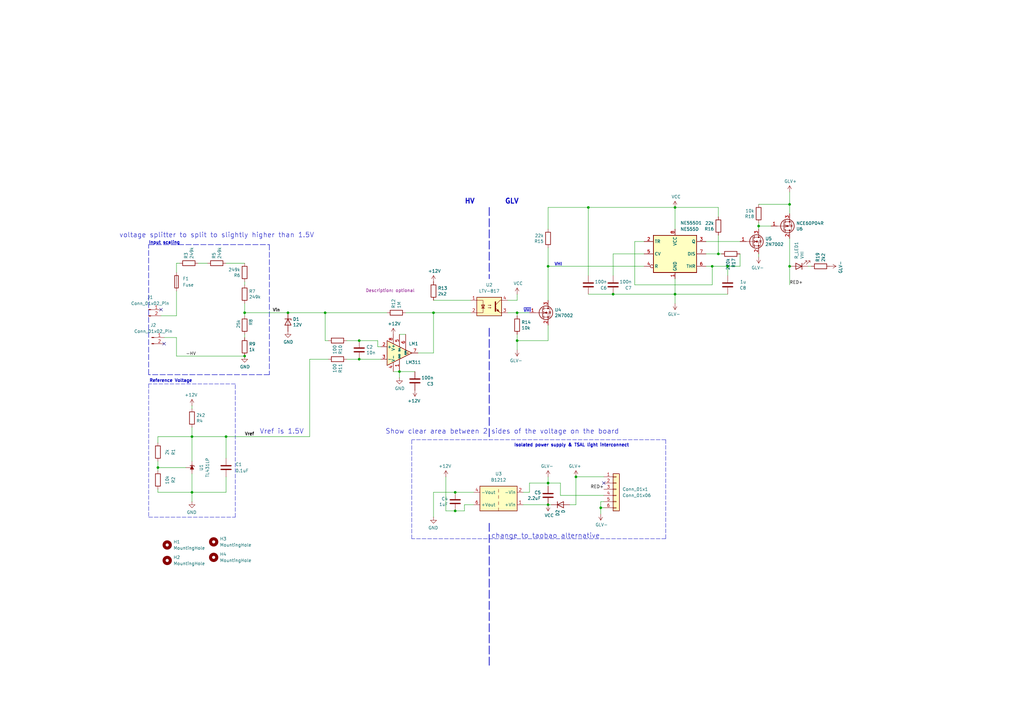
<source format=kicad_sch>
(kicad_sch (version 20231120) (generator "eeschema") (generator_version "8.0")
  (paper "A3")
  (title_block (title "TSAL") (date "2020-03-11") (rev "3.1") (company "NU Racing (UoN)") (comment 1 "Michael Ruppe") (comment 2 "github.com/michaelruppe/FSAE"))
  (lib_symbols
    (symbol "Comparator:LM311" (pin_names (offset 0.127))
      (property "Reference" "U" (at 3.81 6.35 0))
      (property "Value" "LM311" (at 3.81 3.81 0))
      (symbol "LM311_0_1"
        (polyline (pts (xy 5.08 0) (xy -5.08 5.08) (xy -5.08 -5.08) (xy 5.08 0)) (stroke (width 0.254)) (fill (type background)))
        (polyline (pts (xy 3.683 -0.381) (xy 3.302 -0.381) (xy 3.683 0) (xy 3.302 0.381) (xy 2.921 0) (xy 3.302 -0.381) (xy 2.921 -0.381)) (stroke (width 0.127)))
      )
      (symbol "LM311_1_1"
        (pin passive line (at 0 -7.62 90) (length 5.08) (name "GND") (number "1"))
        (pin input line (at -7.62 2.54 0) (length 2.54) (name "+") (number "2"))
        (pin input line (at -7.62 -2.54 0) (length 2.54) (name "-") (number "3"))
        (pin power_in line (at -2.54 -7.62 90) (length 3.81) (name "V-") (number "4"))
        (pin input line (at 0 7.62 270) (length 5.08) (name "BAL") (number "5"))
        (pin input line (at 2.54 7.62 270) (length 6.35) (name "STRB") (number "6"))
        (pin open_collector line (at 7.62 0 180) (length 2.54) (name "~") (number "7"))
        (pin power_in line (at -2.54 7.62 270) (length 3.81) (name "V+") (number "8"))
      )
    )
    (symbol "Connector:Conn_01x02_Pin" (pin_names (offset 1.016) hide)
      (property "Reference" "J" (at 0 2.54 0))
      (property "Value" "Conn_01x02_Pin" (at 0 -5.08 0))
      (symbol "Conn_01x02_Pin_1_1"
        (polyline (pts (xy 1.27 -2.54) (xy 0.8636 -2.54)) (stroke (width 0.1524)))
        (polyline (pts (xy 1.27 0) (xy 0.8636 0)) (stroke (width 0.1524)))
        (rectangle (start 0.8636 -2.413) (end 0 -2.667) (stroke (width 0.1524)) (fill (type outline)))
        (rectangle (start 0.8636 0.127) (end 0 -0.127) (stroke (width 0.1524)) (fill (type outline)))
        (pin passive line (at 5.08 0 180) (length 3.81) (name "Pin_1") (number "1"))
        (pin passive line (at 5.08 -2.54 180) (length 3.81) (name "Pin_2") (number "2"))
      )
    )
    (symbol "Connector_Generic:Conn_01x06" (pin_names (offset 1.016) hide)
      (property "Reference" "J" (at 0 7.62 0))
      (property "Value" "Conn_01x06" (at 0 -10.16 0))
      (symbol "Conn_01x06_1_1"
        (rectangle (start -1.27 -7.493) (end 0 -7.747) (stroke (width 0.1524)))
        (rectangle (start -1.27 -4.953) (end 0 -5.207) (stroke (width 0.1524)))
        (rectangle (start -1.27 -2.413) (end 0 -2.667) (stroke (width 0.1524)))
        (rectangle (start -1.27 0.127) (end 0 -0.127) (stroke (width 0.1524)))
        (rectangle (start -1.27 2.667) (end 0 2.413) (stroke (width 0.1524)))
        (rectangle (start -1.27 5.207) (end 0 4.953) (stroke (width 0.1524)))
        (rectangle (start -1.27 6.35) (end 1.27 -8.89) (stroke (width 0.254)) (fill (type background)))
        (pin passive line (at -5.08 5.08 0) (length 3.81) (name "Pin_1") (number "1"))
        (pin passive line (at -5.08 2.54 0) (length 3.81) (name "Pin_2") (number "2"))
        (pin passive line (at -5.08 0 0) (length 3.81) (name "Pin_3") (number "3"))
        (pin passive line (at -5.08 -2.54 0) (length 3.81) (name "Pin_4") (number "4"))
        (pin passive line (at -5.08 -5.08 0) (length 3.81) (name "Pin_5") (number "5"))
        (pin passive line (at -5.08 -7.62 0) (length 3.81) (name "Pin_6") (number "6"))
      )
    )
    (symbol "Converter_DCDC:TBA2-1212"
      (property "Reference" "U" (at -6.35 6.35 0))
      (property "Value" "TBA2-1212" (at 2.54 6.35 0))
      (symbol "TBA2-1212_0_1"
        (rectangle (start -7.62 5.08) (end 7.62 -5.08) (stroke (width 0.254)) (fill (type background)))
        (polyline (pts (xy 0 -2.54) (xy 0 -3.81)))
        (polyline (pts (xy 0 0) (xy 0 -1.27)))
        (polyline (pts (xy 0 2.54) (xy 0 1.27)))
        (polyline (pts (xy 0 5.08) (xy 0 3.81)))
      )
      (symbol "TBA2-1212_1_1"
        (pin power_in line (at -10.16 2.54 0) (length 2.54) (name "+Vin") (number "1"))
        (pin power_in line (at -10.16 -2.54 0) (length 2.54) (name "-Vin") (number "2"))
        (pin power_out line (at 10.16 -2.54 180) (length 2.54) (name "-Vout") (number "4"))
        (pin power_out line (at 10.16 2.54 180) (length 2.54) (name "+Vout") (number "6"))
      )
    )
    (symbol "Device:C" (pin_numbers hide) (pin_names (offset 0.254))
      (property "Reference" "C" (at 0.635 2.54 0))
      (property "Value" "C" (at 0.635 -2.54 0))
      (symbol "C_0_1"
        (polyline (pts (xy -2.032 -0.762) (xy 2.032 -0.762)) (stroke (width 0.508)))
        (polyline (pts (xy -2.032 0.762) (xy 2.032 0.762)) (stroke (width 0.508)))
      )
      (symbol "C_1_1"
        (pin passive line (at 0 3.81 270) (length 2.794) (name "~") (number "1"))
        (pin passive line (at 0 -3.81 90) (length 2.794) (name "~") (number "2"))
      )
    )
    (symbol "Device:D" (pin_numbers hide) (pin_names (offset 1.016) hide)
      (property "Reference" "D" (at 0 2.54 0))
      (property "Value" "D" (at 0 -2.54 0))
      (symbol "D_0_1"
        (polyline (pts (xy -1.27 1.27) (xy -1.27 -1.27)) (stroke (width 0.254)))
        (polyline (pts (xy 1.27 0) (xy -1.27 0)))
        (polyline (pts (xy 1.27 1.27) (xy 1.27 -1.27) (xy -1.27 0) (xy 1.27 1.27)) (stroke (width 0.254)))
      )
      (symbol "D_1_1"
        (pin passive line (at -3.81 0 0) (length 2.54) (name "K") (number "1"))
        (pin passive line (at 3.81 0 180) (length 2.54) (name "A") (number "2"))
      )
    )
    (symbol "Device:D_Zener" (pin_numbers hide) (pin_names (offset 1.016) hide)
      (property "Reference" "D" (at 0 2.54 0))
      (property "Value" "D_Zener" (at 0 -2.54 0))
      (symbol "D_Zener_0_1"
        (polyline (pts (xy 1.27 0) (xy -1.27 0)))
        (polyline (pts (xy -1.27 -1.27) (xy -1.27 1.27) (xy -0.762 1.27)) (stroke (width 0.254)))
        (polyline (pts (xy 1.27 -1.27) (xy 1.27 1.27) (xy -1.27 0) (xy 1.27 -1.27)) (stroke (width 0.254)))
      )
      (symbol "D_Zener_1_1"
        (pin passive line (at -3.81 0 0) (length 2.54) (name "K") (number "1"))
        (pin passive line (at 3.81 0 180) (length 2.54) (name "A") (number "2"))
      )
    )
    (symbol "Device:Fuse" (pin_numbers hide) (pin_names (offset 0))
      (property "Reference" "F" (at 2.032 0 90))
      (property "Value" "Fuse" (at -1.905 0 90))
      (symbol "Fuse_0_1"
        (rectangle (start -0.762 -2.54) (end 0.762 2.54) (stroke (width 0.254)))
        (polyline (pts (xy 0 2.54) (xy 0 -2.54)))
      )
      (symbol "Fuse_1_1"
        (pin passive line (at 0 3.81 270) (length 1.27) (name "~") (number "1"))
        (pin passive line (at 0 -3.81 90) (length 1.27) (name "~") (number "2"))
      )
    )
    (symbol "Device:LED" (pin_numbers hide) (pin_names (offset 1.016) hide)
      (property "Reference" "D" (at 0 2.54 0))
      (property "Value" "LED" (at 0 -2.54 0))
      (symbol "LED_0_1"
        (polyline (pts (xy -1.27 -1.27) (xy -1.27 1.27)) (stroke (width 0.254)))
        (polyline (pts (xy -1.27 0) (xy 1.27 0)))
        (polyline (pts (xy 1.27 -1.27) (xy 1.27 1.27) (xy -1.27 0) (xy 1.27 -1.27)) (stroke (width 0.254)))
        (polyline (pts (xy -3.048 -0.762) (xy -4.572 -2.286) (xy -3.81 -2.286) (xy -4.572 -2.286) (xy -4.572 -1.524)))
        (polyline (pts (xy -1.778 -0.762) (xy -3.302 -2.286) (xy -2.54 -2.286) (xy -3.302 -2.286) (xy -3.302 -1.524)))
      )
      (symbol "LED_1_1"
        (pin passive line (at -3.81 0 0) (length 2.54) (name "K") (number "1"))
        (pin passive line (at 3.81 0 180) (length 2.54) (name "A") (number "2"))
      )
    )
    (symbol "Device:Q_PMOS_GDS" (pin_names (offset 0) hide)
      (property "Reference" "Q" (at 5.08 1.27 0))
      (property "Value" "Q_PMOS_GDS" (at 5.08 -1.27 0))
      (symbol "Q_PMOS_GDS_0_1"
        (polyline (pts (xy 0.254 0) (xy -2.54 0)))
        (polyline (pts (xy 0.254 1.905) (xy 0.254 -1.905)) (stroke (width 0.254)))
        (polyline (pts (xy 0.762 -1.27) (xy 0.762 -2.286)) (stroke (width 0.254)))
        (polyline (pts (xy 0.762 0.508) (xy 0.762 -0.508)) (stroke (width 0.254)))
        (polyline (pts (xy 0.762 2.286) (xy 0.762 1.27)) (stroke (width 0.254)))
        (polyline (pts (xy 2.54 2.54) (xy 2.54 1.778)))
        (polyline (pts (xy 2.54 -2.54) (xy 2.54 0) (xy 0.762 0)))
        (polyline (pts (xy 0.762 1.778) (xy 3.302 1.778) (xy 3.302 -1.778) (xy 0.762 -1.778)))
        (polyline (pts (xy 2.286 0) (xy 1.27 0.381) (xy 1.27 -0.381) (xy 2.286 0)) (fill (type outline)))
        (polyline (pts (xy 2.794 -0.508) (xy 2.921 -0.381) (xy 3.683 -0.381) (xy 3.81 -0.254)))
        (polyline (pts (xy 3.302 -0.381) (xy 2.921 0.254) (xy 3.683 0.254) (xy 3.302 -0.381)))
        (circle (center 1.651 0) (radius 2.794) (stroke (width 0.254)))
        (circle (center 2.54 -1.778) (radius 0.254) (fill (type outline)))
        (circle (center 2.54 1.778) (radius 0.254) (fill (type outline)))
      )
      (symbol "Q_PMOS_GDS_1_1"
        (pin input line (at -5.08 0 0) (length 2.54) (name "G") (number "1"))
        (pin passive line (at 2.54 5.08 270) (length 2.54) (name "D") (number "2"))
        (pin passive line (at 2.54 -5.08 90) (length 2.54) (name "S") (number "3"))
      )
    )
    (symbol "Device:R" (pin_numbers hide) (pin_names (offset 0))
      (property "Reference" "R" (at 2.032 0 90))
      (property "Value" "R" (at 0 0 90))
      (symbol "R_0_1"
        (rectangle (start -1.016 -2.54) (end 1.016 2.54) (stroke (width 0.254)))
      )
      (symbol "R_1_1"
        (pin passive line (at 0 3.81 270) (length 1.27) (name "~") (number "1"))
        (pin passive line (at 0 -3.81 90) (length 1.27) (name "~") (number "2"))
      )
    )
    (symbol "Isolator:LTV-817" (pin_names (offset 1.016))
      (property "Reference" "U" (at -5.08 5.08 0))
      (property "Value" "LTV-817" (at 0 5.08 0))
      (symbol "LTV-817_0_1"
        (rectangle (start -5.08 3.81) (end 5.08 -3.81) (stroke (width 0.254)) (fill (type background)))
        (polyline (pts (xy -3.175 -0.635) (xy -1.905 -0.635)) (stroke (width 0.254)))
        (polyline (pts (xy 2.54 0.635) (xy 4.445 2.54)))
        (polyline (pts (xy 4.445 -2.54) (xy 2.54 -0.635)) (fill (type outline)))
        (polyline (pts (xy 4.445 -2.54) (xy 5.08 -2.54)))
        (polyline (pts (xy 4.445 2.54) (xy 5.08 2.54)))
        (polyline (pts (xy -5.08 2.54) (xy -2.54 2.54) (xy -2.54 -0.762)))
        (polyline (pts (xy -2.54 -0.635) (xy -2.54 -2.54) (xy -5.08 -2.54)))
        (polyline (pts (xy 2.54 1.905) (xy 2.54 -1.905) (xy 2.54 -1.905)) (stroke (width 0.508)))
        (polyline (pts (xy -2.54 -0.635) (xy -3.175 0.635) (xy -1.905 0.635) (xy -2.54 -0.635)) (stroke (width 0.254)))
        (polyline (pts (xy -0.508 -0.508) (xy 0.762 -0.508) (xy 0.381 -0.635) (xy 0.381 -0.381) (xy 0.762 -0.508)))
        (polyline (pts (xy -0.508 0.508) (xy 0.762 0.508) (xy 0.381 0.381) (xy 0.381 0.635) (xy 0.762 0.508)))
        (polyline (pts (xy 3.048 -1.651) (xy 3.556 -1.143) (xy 4.064 -2.159) (xy 3.048 -1.651) (xy 3.048 -1.651)) (fill (type outline)))
      )
      (symbol "LTV-817_1_1"
        (pin passive line (at -7.62 2.54 0) (length 2.54) (name "~") (number "1"))
        (pin passive line (at -7.62 -2.54 0) (length 2.54) (name "~") (number "2"))
        (pin passive line (at 7.62 -2.54 180) (length 2.54) (name "~") (number "3"))
        (pin passive line (at 7.62 2.54 180) (length 2.54) (name "~") (number "4"))
      )
    )
    (symbol "Mechanical:MountingHole" (pin_names (offset 1.016)) (exclude_from_sim yes) (in_bom no)
      (property "Reference" "H" (at 0 5.08 0))
      (property "Value" "MountingHole" (at 0 3.175 0))
      (symbol "MountingHole_0_1"
        (circle (center 0 0) (radius 1.27) (stroke (width 1.27)))
      )
    )
    (symbol "Reference_Voltage:TL431LP" (pin_numbers hide) (pin_names hide)
      (property "Reference" "U" (at -2.54 2.54 0))
      (property "Value" "TL431LP" (at 0 -2.54 0))
      (symbol "TL431LP_0_1"
        (polyline (pts (xy -1.27 0) (xy 0 0) (xy 1.27 0)))
        (polyline (pts (xy -0.762 0.762) (xy 0.762 0) (xy -0.762 -0.762)) (fill (type outline)))
        (polyline (pts (xy 0.508 -1.016) (xy 0.762 -0.762) (xy 0.762 0.762) (xy 0.762 0.762)) (stroke (width 0.254)))
      )
      (symbol "TL431LP_1_1"
        (pin passive line (at 0 2.54 270) (length 2.54) (name "REF") (number "1"))
        (pin passive line (at -2.54 0 0) (length 2.54) (name "A") (number "2"))
        (pin passive line (at 2.54 0 180) (length 2.54) (name "K") (number "3"))
      )
    )
    (symbol "Timer:NE555D"
      (property "Reference" "U" (at -10.16 8.89 0))
      (property "Value" "NE555D" (at 2.54 8.89 0))
      (symbol "NE555D_0_0"
        (pin power_in line (at 0 -10.16 90) (length 2.54) (name "GND") (number "1"))
        (pin power_in line (at 0 10.16 270) (length 2.54) (name "VCC") (number "8"))
      )
      (symbol "NE555D_0_1"
        (rectangle (start -8.89 -7.62) (end 8.89 7.62) (stroke (width 0.254)) (fill (type background)))
        (rectangle (start -8.89 -7.62) (end 8.89 7.62) (stroke (width 0.254)) (fill (type background)))
      )
      (symbol "NE555D_1_1"
        (pin input line (at -12.7 5.08 0) (length 3.81) (name "TR") (number "2"))
        (pin output line (at 12.7 5.08 180) (length 3.81) (name "Q") (number "3"))
        (pin input inverted (at -12.7 -5.08 0) (length 3.81) (name "R") (number "4"))
        (pin input line (at -12.7 0 0) (length 3.81) (name "CV") (number "5"))
        (pin input line (at 12.7 -5.08 180) (length 3.81) (name "THR") (number "6"))
        (pin input line (at 12.7 0 180) (length 3.81) (name "DIS") (number "7"))
      )
    )
    (symbol "Transistor_FET:2N7002" (pin_names hide)
      (property "Reference" "Q" (at 5.08 1.905 0))
      (property "Value" "2N7002" (at 5.08 0 0))
      (symbol "2N7002_0_1"
        (polyline (pts (xy 0.254 0) (xy -2.54 0)))
        (polyline (pts (xy 0.254 1.905) (xy 0.254 -1.905)) (stroke (width 0.254)))
        (polyline (pts (xy 0.762 -1.27) (xy 0.762 -2.286)) (stroke (width 0.254)))
        (polyline (pts (xy 0.762 0.508) (xy 0.762 -0.508)) (stroke (width 0.254)))
        (polyline (pts (xy 0.762 2.286) (xy 0.762 1.27)) (stroke (width 0.254)))
        (polyline (pts (xy 2.54 2.54) (xy 2.54 1.778)))
        (polyline (pts (xy 2.54 -2.54) (xy 2.54 0) (xy 0.762 0)))
        (polyline (pts (xy 0.762 -1.778) (xy 3.302 -1.778) (xy 3.302 1.778) (xy 0.762 1.778)))
        (polyline (pts (xy 1.016 0) (xy 2.032 0.381) (xy 2.032 -0.381) (xy 1.016 0)) (fill (type outline)))
        (polyline (pts (xy 2.794 0.508) (xy 2.921 0.381) (xy 3.683 0.381) (xy 3.81 0.254)))
        (polyline (pts (xy 3.302 0.381) (xy 2.921 -0.254) (xy 3.683 -0.254) (xy 3.302 0.381)))
        (circle (center 1.651 0) (radius 2.794) (stroke (width 0.254)))
        (circle (center 2.54 -1.778) (radius 0.254) (fill (type outline)))
        (circle (center 2.54 1.778) (radius 0.254) (fill (type outline)))
      )
      (symbol "2N7002_1_1"
        (pin input line (at -5.08 0 0) (length 2.54) (name "G") (number "1"))
        (pin passive line (at 2.54 -5.08 90) (length 2.54) (name "S") (number "2"))
        (pin passive line (at 2.54 5.08 270) (length 2.54) (name "D") (number "3"))
      )
    )
    (symbol "power-symbol-library:GLV+" (power) (pin_names (offset 0))
      (property "Value" "GLV+" (at 0 3.81 0))
      (symbol "GLV+_0_1"
        (polyline (pts (xy -0.762 1.27) (xy 0 2.54)))
        (polyline (pts (xy 0 0) (xy 0 2.54)))
        (polyline (pts (xy 0 2.54) (xy 0.762 1.27)))
      )
      (symbol "GLV+_1_1"
        (pin power_in line (at 0 0 90) (length 0) hide (name "GLV+") (number "1"))
      )
    )
    (symbol "power-symbol-library:GLV-" (power) (pin_names (offset 0))
      (property "Value" "GLV-" (at 0 3.81 0))
      (symbol "GLV-_0_1"
        (polyline (pts (xy -0.762 1.27) (xy 0 2.54)))
        (polyline (pts (xy 0 0) (xy 0 2.54)))
        (polyline (pts (xy 0 2.54) (xy 0.762 1.27)))
      )
      (symbol "GLV-_1_1"
        (pin power_in line (at 0 0 90) (length 0) hide (name "GLV-") (number "1"))
      )
    )
    (symbol "power:+12V" (power) (pin_numbers hide) (pin_names (offset 0) hide)
      (property "Value" "+12V" (at 0 3.556 0))
      (symbol "+12V_0_1"
        (polyline (pts (xy -0.762 1.27) (xy 0 2.54)))
        (polyline (pts (xy 0 0) (xy 0 2.54)))
        (polyline (pts (xy 0 2.54) (xy 0.762 1.27)))
      )
      (symbol "+12V_1_1"
        (pin power_in line (at 0 0 90) (length 0) (name "~") (number "1"))
      )
    )
    (symbol "power:GND" (power) (pin_numbers hide) (pin_names (offset 0) hide)
      (property "Value" "GND" (at 0 -3.81 0))
      (symbol "GND_0_1"
        (polyline (pts (xy 0 0) (xy 0 -1.27) (xy 1.27 -1.27) (xy 0 -2.54) (xy -1.27 -1.27) (xy 0 -1.27)))
      )
      (symbol "GND_1_1"
        (pin power_in line (at 0 0 270) (length 0) (name "~") (number "1"))
      )
    )
    (symbol "power:VCC" (power) (pin_numbers hide) (pin_names (offset 0) hide)
      (property "Value" "VCC" (at 0 3.556 0))
      (symbol "VCC_0_1"
        (polyline (pts (xy -0.762 1.27) (xy 0 2.54)))
        (polyline (pts (xy 0 0) (xy 0 2.54)))
        (polyline (pts (xy 0 2.54) (xy 0.762 1.27)))
      )
      (symbol "VCC_1_1"
        (pin power_in line (at 0 0 90) (length 0) (name "~") (number "1"))
      )
    )
  )
  (junction (at 163.83 152.4))
  (junction (at 92.71 179.07))
  (junction (at 224.79 207.01))
  (junction (at 241.3 85.09))
  (junction (at 311.15 92.71))
  (junction (at 147.32 147.32))
  (junction (at 100.33 128.27))
  (junction (at 212.09 128.27))
  (junction (at 323.85 83.82))
  (junction (at 186.69 201.93))
  (junction (at 177.8 128.27))
  (junction (at 323.85 109.22))
  (junction (at 78.74 179.07))
  (junction (at 212.09 139.7))
  (junction (at 133.35 128.27))
  (junction (at 100.33 146.05))
  (junction (at 64.77 191.77))
  (junction (at 186.69 209.55))
  (junction (at 118.11 128.27))
  (junction (at 276.86 120.65))
  (junction (at 294.64 104.14))
  (junction (at 224.79 198.12))
  (junction (at 147.32 139.7))
  (junction (at 236.22 195.58))
  (junction (at 224.79 109.22))
  (junction (at 276.86 85.09))
  (junction (at 298.45 109.22))
  (junction (at 292.1 109.22))
  (junction (at 246.38 208.28))
  (junction (at 78.74 201.93))
  (junction (at 251.46 120.65))
  (no_connect (at 247.65 198.12))
  (no_connect (at 66.04 127))
  (no_connect (at 67.31 140.97))
  (wire (pts (xy 92.71 201.93) (xy 78.74 201.93)))
  (polyline (pts (xy 110.49 153.67) (xy 60.96 153.67)) (stroke (width 0.2032) (type dash)))
  (polyline (pts (xy 273.05 220.98) (xy 168.91 220.98)) (stroke (width 0) (type dash)))
  (wire (pts (xy 212.09 139.7) (xy 212.09 137.16)))
  (wire (pts (xy 260.35 116.84) (xy 292.1 116.84)))
  (wire (pts (xy 294.64 104.14) (xy 295.91 104.14)))
  (wire (pts (xy 190.5 207.01) (xy 194.31 207.01)))
  (wire (pts (xy 156.21 142.24) (xy 154.94 142.24)))
  (wire (pts (xy 134.62 147.32) (xy 127 147.32)))
  (polyline (pts (xy 96.52 157.48) (xy 60.96 157.48)) (stroke (width 0) (type dash)))
  (wire (pts (xy 224.79 109.22) (xy 264.16 109.22)))
  (wire (pts (xy 100.33 129.54) (xy 100.33 128.27)))
  (wire (pts (xy 276.86 85.09) (xy 276.86 93.98)))
  (wire (pts (xy 64.77 191.77) (xy 64.77 193.04)))
  (wire (pts (xy 311.15 105.41) (xy 311.15 104.14)))
  (wire (pts (xy 72.39 111.76) (xy 72.39 107.95)))
  (wire (pts (xy 177.8 212.09) (xy 177.8 201.93)))
  (wire (pts (xy 316.23 92.71) (xy 311.15 92.71)))
  (wire (pts (xy 92.71 107.95) (xy 100.33 107.95)))
  (polyline (pts (xy 200.66 85.09) (xy 200.66 114.3)) (stroke (width 0.3048) (type dash)))
  (polyline (pts (xy 110.49 100.33) (xy 110.49 153.67)) (stroke (width 0.2032) (type dash)))
  (wire (pts (xy 212.09 123.19) (xy 212.09 120.65)))
  (wire (pts (xy 224.79 85.09) (xy 241.3 85.09)))
  (polyline (pts (xy 60.96 100.33) (xy 110.49 100.33)) (stroke (width 0.2032) (type dash)))
  (wire (pts (xy 323.85 83.82) (xy 323.85 87.63)))
  (wire (pts (xy 64.77 201.93) (xy 64.77 200.66)))
  (wire (pts (xy 100.33 137.16) (xy 100.33 138.43)))
  (wire (pts (xy 78.74 201.93) (xy 78.74 205.74)))
  (wire (pts (xy 64.77 189.23) (xy 64.77 191.77)))
  (polyline (pts (xy 60.96 153.67) (xy 60.96 100.33)) (stroke (width 0.2032) (type dash)))
  (wire (pts (xy 177.8 144.78) (xy 177.8 128.27)))
  (wire (pts (xy 212.09 128.27) (xy 212.09 129.54)))
  (wire (pts (xy 241.3 85.09) (xy 276.86 85.09)))
  (wire (pts (xy 72.39 107.95) (xy 73.66 107.95)))
  (wire (pts (xy 224.79 109.22) (xy 224.79 101.6)))
  (wire (pts (xy 236.22 195.58) (xy 247.65 195.58)))
  (wire (pts (xy 92.71 179.07) (xy 127 179.07)))
  (polyline (pts (xy 200.66 134.62) (xy 200.66 180.34)) (stroke (width 0.3048) (type dash)))
  (wire (pts (xy 323.85 83.82) (xy 323.85 78.74)))
  (wire (pts (xy 264.16 99.06) (xy 260.35 99.06)))
  (wire (pts (xy 166.37 137.16) (xy 163.83 137.16)))
  (wire (pts (xy 323.85 109.22) (xy 323.85 116.84)))
  (wire (pts (xy 247.65 203.2) (xy 229.87 203.2)))
  (polyline (pts (xy 168.91 220.98) (xy 168.91 180.34)) (stroke (width 0) (type dash)))
  (polyline (pts (xy 273.05 180.34) (xy 168.91 180.34)) (stroke (width 0) (type dash)))
  (wire (pts (xy 289.56 104.14) (xy 294.64 104.14)))
  (wire (pts (xy 100.33 124.46) (xy 100.33 128.27)))
  (wire (pts (xy 78.74 167.64) (xy 78.74 166.37)))
  (polyline (pts (xy 60.96 212.09) (xy 96.52 212.09)) (stroke (width 0) (type dash)))
  (wire (pts (xy 323.85 97.79) (xy 323.85 109.22)))
  (wire (pts (xy 224.79 93.98) (xy 224.79 85.09)))
  (wire (pts (xy 177.8 144.78) (xy 171.45 144.78)))
  (wire (pts (xy 81.28 107.95) (xy 85.09 107.95)))
  (wire (pts (xy 241.3 113.03) (xy 241.3 85.09)))
  (wire (pts (xy 78.74 194.31) (xy 78.74 201.93)))
  (wire (pts (xy 212.09 143.51) (xy 212.09 139.7)))
  (wire (pts (xy 147.32 139.7) (xy 142.24 139.7)))
  (wire (pts (xy 177.8 201.93) (xy 186.69 201.93)))
  (wire (pts (xy 224.79 195.58) (xy 224.79 198.12)))
  (wire (pts (xy 251.46 104.14) (xy 251.46 113.03)))
  (wire (pts (xy 190.5 209.55) (xy 186.69 209.55)))
  (wire (pts (xy 214.63 207.01) (xy 224.79 207.01)))
  (polyline (pts (xy 200.66 214.63) (xy 200.66 273.05)) (stroke (width 0.3048) (type dash)))
  (wire (pts (xy 133.35 128.27) (xy 158.75 128.27)))
  (wire (pts (xy 236.22 195.58) (xy 236.22 207.01)))
  (wire (pts (xy 303.53 104.14) (xy 303.53 109.22)))
  (wire (pts (xy 78.74 175.26) (xy 78.74 179.07)))
  (wire (pts (xy 133.35 128.27) (xy 133.35 139.7)))
  (wire (pts (xy 276.86 85.09) (xy 294.64 85.09)))
  (wire (pts (xy 208.28 123.19) (xy 212.09 123.19)))
  (wire (pts (xy 224.79 198.12) (xy 217.17 198.12)))
  (wire (pts (xy 186.69 209.55) (xy 182.88 209.55)))
  (wire (pts (xy 264.16 104.14) (xy 251.46 104.14)))
  (wire (pts (xy 298.45 109.22) (xy 292.1 109.22)))
  (wire (pts (xy 224.79 198.12) (xy 224.79 199.39)))
  (wire (pts (xy 127 147.32) (xy 127 179.07)))
  (wire (pts (xy 251.46 120.65) (xy 276.86 120.65)))
  (wire (pts (xy 154.94 139.7) (xy 147.32 139.7)))
  (wire (pts (xy 92.71 195.58) (xy 92.71 201.93)))
  (wire (pts (xy 311.15 92.71) (xy 311.15 91.44)))
  (wire (pts (xy 142.24 147.32) (xy 147.32 147.32)))
  (wire (pts (xy 177.8 123.19) (xy 193.04 123.19)))
  (wire (pts (xy 292.1 116.84) (xy 292.1 109.22)))
  (wire (pts (xy 72.39 138.43) (xy 72.39 146.05)))
  (wire (pts (xy 64.77 191.77) (xy 76.2 191.77)))
  (wire (pts (xy 100.33 128.27) (xy 118.11 128.27)))
  (wire (pts (xy 229.87 203.2) (xy 229.87 198.12)))
  (wire (pts (xy 163.83 152.4) (xy 163.83 154.94)))
  (wire (pts (xy 241.3 120.65) (xy 251.46 120.65)))
  (wire (pts (xy 133.35 139.7) (xy 134.62 139.7)))
  (wire (pts (xy 67.31 138.43) (xy 72.39 138.43)))
  (wire (pts (xy 78.74 179.07) (xy 92.71 179.07)))
  (wire (pts (xy 311.15 83.82) (xy 323.85 83.82)))
  (wire (pts (xy 163.83 152.4) (xy 170.18 152.4)))
  (wire (pts (xy 331.47 109.22) (xy 332.74 109.22)))
  (polyline (pts (xy 273.05 180.34) (xy 273.05 220.98)) (stroke (width 0) (type dash)))
  (wire (pts (xy 311.15 93.98) (xy 311.15 92.71)))
  (wire (pts (xy 161.29 152.4) (xy 163.83 152.4)))
  (wire (pts (xy 72.39 146.05) (xy 100.33 146.05)))
  (wire (pts (xy 298.45 120.65) (xy 276.86 120.65)))
  (wire (pts (xy 212.09 128.27) (xy 217.17 128.27)))
  (wire (pts (xy 64.77 201.93) (xy 78.74 201.93)))
  (wire (pts (xy 236.22 207.01) (xy 233.68 207.01)))
  (wire (pts (xy 78.74 179.07) (xy 78.74 189.23)))
  (wire (pts (xy 64.77 179.07) (xy 64.77 181.61)))
  (wire (pts (xy 276.86 120.65) (xy 276.86 124.46)))
  (wire (pts (xy 100.33 115.57) (xy 100.33 116.84)))
  (wire (pts (xy 247.65 208.28) (xy 246.38 208.28)))
  (wire (pts (xy 226.06 207.01) (xy 224.79 207.01)))
  (wire (pts (xy 229.87 198.12) (xy 224.79 198.12)))
  (wire (pts (xy 64.77 179.07) (xy 78.74 179.07)))
  (wire (pts (xy 224.79 139.7) (xy 212.09 139.7)))
  (wire (pts (xy 182.88 195.58) (xy 182.88 209.55)))
  (wire (pts (xy 247.65 205.74) (xy 246.38 205.74)))
  (wire (pts (xy 217.17 201.93) (xy 214.63 201.93)))
  (wire (pts (xy 154.94 142.24) (xy 154.94 139.7)))
  (wire (pts (xy 186.69 201.93) (xy 194.31 201.93)))
  (polyline (pts (xy 60.96 157.48) (xy 60.96 212.09)) (stroke (width 0) (type dash)))
  (wire (pts (xy 303.53 109.22) (xy 298.45 109.22)))
  (wire (pts (xy 224.79 133.35) (xy 224.79 139.7)))
  (polyline (pts (xy 96.52 212.09) (xy 96.52 157.48)) (stroke (width 0) (type dash)))
  (wire (pts (xy 294.64 85.09) (xy 294.64 88.9)))
  (wire (pts (xy 190.5 209.55) (xy 190.5 207.01)))
  (wire (pts (xy 72.39 119.38) (xy 72.39 129.54)))
  (wire (pts (xy 260.35 99.06) (xy 260.35 116.84)))
  (wire (pts (xy 92.71 179.07) (xy 92.71 187.96)))
  (wire (pts (xy 298.45 113.03) (xy 298.45 109.22)))
  (wire (pts (xy 289.56 99.06) (xy 303.53 99.06)))
  (wire (pts (xy 118.11 128.27) (xy 133.35 128.27)))
  (wire (pts (xy 292.1 109.22) (xy 289.56 109.22)))
  (wire (pts (xy 66.04 129.54) (xy 72.39 129.54)))
  (wire (pts (xy 246.38 205.74) (xy 246.38 208.28)))
  (wire (pts (xy 276.86 120.65) (xy 276.86 114.3)))
  (wire (pts (xy 166.37 128.27) (xy 177.8 128.27)))
  (wire (pts (xy 224.79 109.22) (xy 224.79 123.19)))
  (wire (pts (xy 147.32 147.32) (xy 156.21 147.32)))
  (wire (pts (xy 246.38 208.28) (xy 246.38 210.82)))
  (wire (pts (xy 294.64 96.52) (xy 294.64 104.14)))
  (wire (pts (xy 212.09 128.27) (xy 208.28 128.27)))
  (wire (pts (xy 177.8 128.27) (xy 193.04 128.27)))
  (wire (pts (xy 217.17 198.12) (xy 217.17 201.93)))
  (text "change to taobao alternative\n\n" (at 223.774 221.488 0) (effects (font (size 2.0066 2.0066))))
  (text "voltage splitter to split to slightly higher than 1.5V" (at 88.9 96.52 0) (effects (font (size 2.0066 2.0066))))
  (text "Show clear area between 2 sides of the voltage on the board" (at 205.994 177.038 0) (effects (font (size 2.0066 2.0066))))
  (text "Isolated power supply & TSAL light interconnect" (at 258.064 183.388 0) (effects (font (size 1.27 1.27) (thickness 0.254) (bold yes)) (justify right bottom)))
  (text "Reference Voltage" (at 61.214 156.972 0) (effects (font (size 1.27 1.27) (thickness 0.254) (bold yes)) (justify left bottom)))
  (text "~{VHI}" (at 214.63 128.27 0) (effects (font (size 1.27 1.27) (thickness 0.254) (bold yes)) (justify left bottom)))
  (text "Input scaling" (at 60.96 100.33 0) (effects (font (size 1.27 1.27) (thickness 0.254) (bold yes)) (justify left bottom)))
  (text "GLV" (at 207.01 83.82 0) (effects (font (size 2.0066 2.0066) (thickness 0.4013) (bold yes)) (justify left bottom)))
  (text "VHI" (at 227.33 109.22 0) (effects (font (size 1.27 1.27) (thickness 0.254) (bold yes)) (justify left bottom)))
  (text "Vref is 1.5V\n" (at 115.57 177.038 0) (effects (font (size 2.0066 2.0066))))
  (text "HV" (at 190.5 83.82 0) (effects (font (size 2.0066 2.0066) (thickness 0.4013) (bold yes)) (justify left bottom)))
  (label "-HV" (at 76.2 146.05 0))
  (label "RED+" (at 247.65 200.66 180))
  (label "Vin" (at 111.76 128.27 0) (effects (font (thickness 0.254) (bold yes))))
  (label "Vref" (at 100.33 179.07 0) (effects (font (thickness 0.254) (bold yes))))
  (label "RED+" (at 323.85 116.84 0))
  (symbol (lib_id "Device:R") (at 100.33 120.65 0) (unit 1)
    (property "Reference" "R7" (at 102.108 119.4816 0) (effects (justify left)))
    (property "Value" "249k" (at 102.108 121.793 0) (effects (justify left)))
    (property "Footprint" "Resistor_SMD:R_1206_3216Metric_Pad1.30x1.75mm_HandSolder" (effects (hide yes)))
  )
  (symbol (lib_id "Device:R") (at 100.33 133.35 180) (unit 1)
    (property "Reference" "R8" (at 102.87 130.81 90) (effects (justify left)))
    (property "Value" "25k" (at 97.79 131.0386 90) (effects (justify left)))
    (property "Footprint" "Resistor_SMD:R_1206_3216Metric_Pad1.30x1.75mm_HandSolder" (effects (hide yes)))
  )
  (symbol (lib_id "Device:C") (at 224.79 203.2 0) (mirror y) (unit 1)
    (property "Reference" "C5" (at 221.869 202.0316 0) (effects (justify left)))
    (property "Value" "2.2uF" (at 221.869 204.343 0) (effects (justify left)))
    (property "Footprint" "Capacitor_SMD:C_0805_2012Metric_Pad1.18x1.45mm_HandSolder" (effects (hide yes)))
  )
  (symbol (lib_id "power:+12V") (at 182.88 195.58 0) (mirror y) (unit 1)
    (property "Reference" "#PWR010" (effects (hide yes)))
    (property "Value" "+12V" (at 182.499 191.1858 0))
  )
  (symbol (lib_id "power:GND") (at 177.8 212.09 0) (mirror y) (unit 1)
    (property "Reference" "#PWR09" (effects (hide yes)))
    (property "Value" "GND" (at 177.673 216.4842 0))
  )
  (symbol (lib_id "Device:R") (at 138.43 147.32 270) (unit 1)
    (property "Reference" "R11" (at 139.5984 149.098 0) (effects (justify left)))
    (property "Value" "100" (at 137.287 149.098 0) (effects (justify left)))
    (property "Footprint" "Resistor_SMD:R_1206_3216Metric_Pad1.30x1.75mm_HandSolder" (effects (hide yes)))
  )
  (symbol (lib_id "Device:C") (at 147.32 143.51 0) (unit 1)
    (property "Reference" "C2" (at 150.241 142.3416 0) (effects (justify left)))
    (property "Value" "10n" (at 150.241 144.653 0) (effects (justify left)))
    (property "Footprint" "Capacitor_SMD:C_0805_2012Metric_Pad1.18x1.45mm_HandSolder" (effects (hide yes)))
  )
  (symbol (lib_id "Device:R") (at 138.43 139.7 270) (unit 1)
    (property "Reference" "R10" (at 139.5984 141.478 0) (effects (justify left)))
    (property "Value" "100" (at 137.287 141.478 0) (effects (justify left)))
    (property "Footprint" "Resistor_SMD:R_1206_3216Metric_Pad1.30x1.75mm_HandSolder" (effects (hide yes)))
  )
  (symbol (lib_id "Device:D_Zener") (at 118.11 132.08 270) (unit 1)
    (property "Reference" "D1" (at 120.1166 130.9116 90) (effects (justify left)))
    (property "Value" "12V" (at 120.1166 133.223 90) (effects (justify left)))
    (property "Footprint" "Diode_THT:D_DO-35_SOD27_P7.62mm_Horizontal" (effects (hide yes)))
  )
  (symbol (lib_id "power:GND") (at 118.11 135.89 0) (unit 1)
    (property "Reference" "#PWR04" (effects (hide yes)))
    (property "Value" "GND" (at 118.237 140.2842 0))
  )
  (symbol (lib_id "Device:R") (at 100.33 142.24 0) (unit 1)
    (property "Reference" "R9" (at 102.108 141.0716 0) (effects (justify left)))
    (property "Value" "1k" (at 102.108 143.383 0) (effects (justify left)))
    (property "Footprint" "Resistor_SMD:R_1206_3216Metric_Pad1.30x1.75mm_HandSolder" (effects (hide yes)))
  )
  (symbol (lib_id "power:GND") (at 100.33 146.05 0) (unit 1)
    (property "Reference" "#PWR03" (effects (hide yes)))
    (property "Value" "GND" (at 100.457 150.4442 0))
  )
  (symbol (lib_id "Device:R") (at 100.33 111.76 180) (unit 1)
    (property "Reference" "R6" (at 98.552 112.9284 0) (effects (justify left)))
    (property "Value" "249k" (at 98.552 110.617 0) (effects (justify left)))
    (property "Footprint" "Resistor_SMD:R_1206_3216Metric_Pad1.30x1.75mm_HandSolder" (effects (hide yes)))
  )
  (symbol (lib_id "Device:LED") (at 327.66 109.22 180) (unit 1)
    (property "Reference" "R_LED1" (at 326.6694 106.2482 90) (effects (justify right)))
    (property "Value" "VHI" (at 328.9808 106.2482 90) (effects (justify right)))
    (property "Footprint" "LED_SMD:LED_0805_2012Metric_Pad1.15x1.40mm_HandSolder" (effects (hide yes)))
  )
  (symbol (lib_id "Device:R") (at 162.56 128.27 90) (unit 1)
    (property "Reference" "R12" (at 161.3916 126.492 0) (effects (justify left)))
    (property "Value" "1M" (at 163.703 126.492 0) (effects (justify left)))
    (property "Footprint" "Resistor_SMD:R_1206_3216Metric_Pad1.30x1.75mm_HandSolder" (effects (hide yes)))
    (property "Description" "optional" (at 160.02 119.126 90) (show_name yes))
  )
  (symbol (lib_id "Device:C") (at 170.18 156.21 180) (unit 1)
    (property "Reference" "C3" (at 177.8 157.48 0) (effects (justify left)))
    (property "Value" "100n" (at 177.8 154.94 0) (effects (justify left)))
    (property "Footprint" "Capacitor_SMD:C_0805_2012Metric_Pad1.18x1.45mm_HandSolder" (effects (hide yes)))
  )
  (symbol (lib_id "power:+12V") (at 170.18 160.02 180) (unit 1)
    (property "Reference" "#PWR07" (effects (hide yes)))
    (property "Value" "+12V" (at 169.799 164.4142 0))
  )
  (symbol (lib_id "Comparator:LM311") (at 163.83 144.78 0) (unit 1)
    (property "Reference" "LM1" (at 167.64 140.97 0) (effects (justify left)))
    (property "Value" "LM311" (at 166.37 148.59 0) (effects (justify left)))
    (property "Footprint" "Package_SO:SOIC-8_3.9x4.9mm_P1.27mm" (effects (hide yes)))
    (property "Datasheet" "http://www.ti.com/lit/ds/symlink/lm311.pdf" (effects (hide yes)))
  )
  (symbol (lib_id "power:GND") (at 163.83 154.94 0) (unit 1)
    (property "Reference" "#PWR06" (effects (hide yes)))
    (property "Value" "GND" (at 163.957 159.3342 0))
  )
  (symbol (lib_id "power:+12V") (at 161.29 137.16 0) (unit 1)
    (property "Reference" "#PWR05" (effects (hide yes)))
    (property "Value" "+12V" (at 161.671 132.7658 0))
  )
  (symbol (lib_id "Device:D") (at 229.87 207.01 0) (mirror x) (unit 1)
    (property "Reference" "D2" (at 228.7016 209.0166 90) (effects (justify left)))
    (property "Value" "D" (at 231.013 209.0166 90) (effects (justify left)))
    (property "Footprint" "Diode_SMD:D_SMA" (effects (hide yes)))
  )
  (symbol (lib_id "power:+12V") (at 177.8 115.57 0) (unit 1)
    (property "Reference" "#PWR08" (effects (hide yes)))
    (property "Value" "+12V" (at 178.181 111.1758 0))
  )
  (symbol (lib_id "Device:R") (at 177.8 119.38 0) (unit 1)
    (property "Reference" "R13" (at 179.578 118.2116 0) (effects (justify left)))
    (property "Value" "2k2" (at 179.578 120.523 0) (effects (justify left)))
    (property "Footprint" "Resistor_SMD:R_1206_3216Metric_Pad1.30x1.75mm_HandSolder" (effects (hide yes)))
  )
  (symbol (lib_id "power-symbol-library:GLV-") (at 212.09 143.51 180) (unit 1)
    (property "Reference" "#PWR012" (effects (hide yes)))
    (property "Value" "GLV-" (at 211.709 147.9042 0))
  )
  (symbol (lib_id "Device:R") (at 212.09 133.35 0) (unit 1)
    (property "Reference" "R14" (at 213.868 132.1816 0) (effects (justify left)))
    (property "Value" "10k" (at 213.868 134.493 0) (effects (justify left)))
    (property "Footprint" "Resistor_SMD:R_1206_3216Metric_Pad1.30x1.75mm_HandSolder" (effects (hide yes)))
  )
  (symbol (lib_id "Device:C") (at 251.46 116.84 180) (unit 1)
    (property "Reference" "C7" (at 259.08 118.11 0) (effects (justify left)))
    (property "Value" "100n" (at 259.08 115.57 0) (effects (justify left)))
    (property "Footprint" "Capacitor_SMD:C_0805_2012Metric_Pad1.18x1.45mm_HandSolder" (effects (hide yes)))
  )
  (symbol (lib_id "Device:R") (at 299.72 104.14 270) (unit 1)
    (property "Reference" "R17" (at 300.8884 105.918 0) (effects (justify left)))
    (property "Value" "220k" (at 298.577 105.918 0) (effects (justify left)))
    (property "Footprint" "Resistor_SMD:R_1206_3216Metric_Pad1.30x1.75mm_HandSolder" (effects (hide yes)))
  )
  (symbol (lib_id "Device:C") (at 241.3 116.84 180) (unit 1)
    (property "Reference" "C6" (at 248.92 118.11 0) (effects (justify left)))
    (property "Value" "100n" (at 248.92 115.57 0) (effects (justify left)))
    (property "Footprint" "Capacitor_SMD:C_0805_2012Metric_Pad1.18x1.45mm_HandSolder" (effects (hide yes)))
  )
  (symbol (lib_id "Device:C") (at 298.45 116.84 180) (unit 1)
    (property "Reference" "C8" (at 306.07 118.11 0) (effects (justify left)))
    (property "Value" "1u" (at 306.07 115.57 0) (effects (justify left)))
    (property "Footprint" "Capacitor_SMD:C_0805_2012Metric_Pad1.18x1.45mm_HandSolder" (effects (hide yes)))
  )
  (symbol (lib_id "Device:R") (at 294.64 92.71 180) (unit 1)
    (property "Reference" "R16" (at 292.862 93.8784 0) (effects (justify left)))
    (property "Value" "22k" (at 292.862 91.567 0) (effects (justify left)))
    (property "Footprint" "Resistor_SMD:R_1206_3216Metric_Pad1.30x1.75mm_HandSolder" (effects (hide yes)))
  )
  (symbol (lib_id "Device:R") (at 88.9 107.95 90) (unit 1)
    (property "Reference" "R5" (at 87.7316 106.172 0) (effects (justify left)))
    (property "Value" "249k" (at 90.043 106.172 0) (effects (justify left)))
    (property "Footprint" "Resistor_SMD:R_1206_3216Metric_Pad1.30x1.75mm_HandSolder" (effects (hide yes)))
  )
  (symbol (lib_id "Device:R") (at 77.47 107.95 90) (unit 1)
    (property "Reference" "R3" (at 76.3016 106.172 0) (effects (justify left)))
    (property "Value" "249k" (at 78.613 106.172 0) (effects (justify left)))
    (property "Footprint" "Resistor_SMD:R_1206_3216Metric_Pad1.30x1.75mm_HandSolder" (effects (hide yes)))
  )
  (symbol (lib_id "power-symbol-library:GLV+") (at 236.22 195.58 0) (mirror y) (unit 1)
    (property "Reference" "#PWR015" (effects (hide yes)))
    (property "Value" "GLV+" (at 235.839 191.1858 0))
  )
  (symbol (lib_id "power-symbol-library:GLV-") (at 224.79 195.58 0) (mirror y) (unit 1)
    (property "Reference" "#PWR013" (effects (hide yes)))
    (property "Value" "GLV-" (at 224.409 191.1858 0))
  )
  (symbol (lib_id "Transistor_FET:2N7002") (at 222.25 128.27 0) (unit 1)
    (property "Reference" "U4" (at 227.4824 127.1016 0) (effects (justify left)))
    (property "Value" "2N7002" (at 227.4824 129.413 0) (effects (justify left)))
    (property "Footprint" "Package_TO_SOT_SMD:SOT-23_Handsoldering" (effects (hide yes)))
    (property "Datasheet" "https://www.fairchildsemi.com/datasheets/2N/2N7002.pdf" (effects (hide yes)))
  )
  (symbol (lib_id "Transistor_FET:2N7002") (at 308.61 99.06 0) (unit 1)
    (property "Reference" "U5" (at 313.8424 97.8916 0) (effects (justify left)))
    (property "Value" "2N7002" (at 313.8424 100.203 0) (effects (justify left)))
    (property "Footprint" "Package_TO_SOT_SMD:SOT-23_Handsoldering" (effects (hide yes)))
    (property "Datasheet" "https://www.fairchildsemi.com/datasheets/2N/2N7002.pdf" (effects (hide yes)))
  )
  (symbol (lib_id "Device:Q_PMOS_GDS") (at 321.31 92.71 0) (mirror x) (unit 1)
    (property "Reference" "U6" (at 326.5424 93.8784 0) (effects (justify left)))
    (property "Value" "NCE60P04R" (at 326.5424 91.567 0) (effects (justify left)))
    (property "Footprint" "Package_TO_SOT_SMD:SOT-223-3_TabPin2" (effects (hide yes)))
  )
  (symbol (lib_id "Device:R") (at 311.15 87.63 180) (unit 1)
    (property "Reference" "R18" (at 309.372 88.7984 0) (effects (justify left)))
    (property "Value" "10k" (at 309.372 86.487 0) (effects (justify left)))
    (property "Footprint" "Resistor_SMD:R_1206_3216Metric_Pad1.30x1.75mm_HandSolder" (effects (hide yes)))
  )
  (symbol (lib_id "power-symbol-library:GLV-") (at 311.15 105.41 180) (unit 1)
    (property "Reference" "#PWR019" (effects (hide yes)))
    (property "Value" "GLV-" (at 310.769 109.8042 0))
  )
  (symbol (lib_id "Device:R") (at 336.55 109.22 90) (unit 1)
    (property "Reference" "R19" (at 335.3816 107.442 0) (effects (justify left)))
    (property "Value" "2k2" (at 337.693 107.442 0) (effects (justify left)))
    (property "Footprint" "Resistor_SMD:R_1206_3216Metric_Pad1.30x1.75mm_HandSolder" (effects (hide yes)))
  )
  (symbol (lib_id "power-symbol-library:GLV-") (at 340.36 109.22 270) (unit 1)
    (property "Reference" "#PWR021" (effects (hide yes)))
    (property "Value" "GLV-" (at 344.7542 109.601 0))
  )
  (symbol (lib_id "power-symbol-library:GLV+") (at 323.85 78.74 0) (unit 1)
    (property "Reference" "#PWR020" (effects (hide yes)))
    (property "Value" "GLV+" (at 324.231 74.3458 0))
  )
  (symbol (lib_id "power:VCC") (at 224.79 207.01 0) (mirror x) (unit 1)
    (property "Reference" "#PWR014" (effects (hide yes)))
    (property "Value" "VCC" (at 225.2472 211.4042 0))
  )
  (symbol (lib_id "power:VCC") (at 212.09 120.65 0) (unit 1)
    (property "Reference" "#PWR011" (effects (hide yes)))
    (property "Value" "VCC" (at 212.5218 116.2558 0))
  )
  (symbol (lib_id "power:VCC") (at 276.86 85.09 0) (unit 1)
    (property "Reference" "#PWR017" (effects (hide yes)))
    (property "Value" "VCC" (at 277.2918 80.6958 0))
  )
  (symbol (lib_id "Device:R") (at 224.79 97.79 180) (unit 1)
    (property "Reference" "R15" (at 223.012 98.9584 0) (effects (justify left)))
    (property "Value" "22k" (at 223.012 96.647 0) (effects (justify left)))
    (property "Footprint" "Resistor_SMD:R_1206_3216Metric_Pad1.30x1.75mm_HandSolder" (effects (hide yes)))
  )
  (symbol (lib_id "power-symbol-library:GLV-") (at 276.86 124.46 180) (unit 1)
    (property "Reference" "#PWR018" (effects (hide yes)))
    (property "Value" "GLV-" (at 276.479 128.8542 0))
  )
  (symbol (lib_id "power-symbol-library:GLV-") (at 246.38 210.82 0) (mirror x) (unit 1)
    (property "Reference" "#PWR016" (effects (hide yes)))
    (property "Value" "GLV-" (at 246.761 215.2142 0))
  )
  (symbol (lib_id "Reference_Voltage:TL431LP") (at 78.74 191.77 90) (unit 1)
    (property "Reference" "U1" (at 82.55 191.77 0))
    (property "Value" "TL431LP" (at 85.09 191.77 0))
    (property "Footprint" "Package_TO_SOT_THT:TO-92_Inline" (effects (hide yes)))
    (property "Datasheet" "http://www.ti.com/lit/ds/symlink/tl431.pdf" (effects (hide yes)))
    (property "Description" "Shunt Regulator, TO-92" (effects (hide yes)))
  )
  (symbol (lib_id "Isolator:LTV-817") (at 200.66 125.73 0) (unit 1)
    (property "Reference" "U2" (at 200.66 116.84 0))
    (property "Value" "LTV-817" (at 200.66 119.38 0))
    (property "Footprint" "Package_DIP:DIP-4_W7.62mm" (effects (hide yes)))
    (property "Datasheet" "http://www.us.liteon.com/downloads/LTV-817-827-847.PDF" (effects (hide yes)))
    (property "Description" "DC Optocoupler, Vce 35V, CTR 50%, DIP-4" (effects (hide yes)))
  )
  (symbol (lib_id "power:GND") (at 78.74 205.74 0) (mirror y) (unit 1)
    (property "Reference" "#PWR02" (effects (hide yes)))
    (property "Value" "GND" (at 78.613 210.1342 0))
  )
  (symbol (lib_id "Device:R") (at 64.77 196.85 0) (unit 1)
    (property "Reference" "R2" (at 71.12 196.85 90))
    (property "Value" "10k" (at 68.58 196.85 90))
    (property "Footprint" "Resistor_SMD:R_0805_2012Metric_Pad1.20x1.40mm_HandSolder" (effects (hide yes)))
    (property "Description" "Resistor" (effects (hide yes)))
  )
  (symbol (lib_id "Timer:NE555D") (at 276.86 104.14 0) (unit 1)
    (property "Reference" "NE555D1" (at 279.0541 91.44 0) (effects (justify left)))
    (property "Value" "NE555D" (at 279.0541 93.98 0) (effects (justify left)))
    (property "Footprint" "Package_SO:SOIC-8_3.9x4.9mm_P1.27mm" (effects (hide yes)))
    (property "Datasheet" "http://www.ti.com/lit/ds/symlink/ne555.pdf" (effects (hide yes)))
    (property "Description" "Precision Timers, 555 compatible, SOIC-8" (effects (hide yes)))
  )
  (symbol (lib_id "Device:C") (at 92.71 191.77 0) (unit 1)
    (property "Reference" "C1" (at 96.52 190.4999 0) (effects (justify left)))
    (property "Value" "0.1uF" (at 96.52 193.0399 0) (effects (justify left)))
    (property "Footprint" "Capacitor_SMD:C_0805_2012Metric_Pad1.18x1.45mm_HandSolder" (effects (hide yes)))
    (property "Description" "Unpolarized capacitor" (effects (hide yes)))
  )
  (symbol (lib_id "Mechanical:MountingHole") (at 87.63 222.25 0) (unit 1) (exclude_from_sim yes) (in_bom no)
    (property "Reference" "H3" (at 90.17 220.9799 0) (effects (justify left)))
    (property "Value" "MountingHole" (at 90.17 223.5199 0) (effects (justify left)))
    (property "Footprint" "MountingHole:MountingHole_3.2mm_M3" (effects (hide yes)))
    (property "Description" "Mounting Hole without connection" (effects (hide yes)))
  )
  (symbol (lib_id "Mechanical:MountingHole") (at 87.63 228.6 0) (unit 1) (exclude_from_sim yes) (in_bom no)
    (property "Reference" "H4" (at 90.17 227.3299 0) (effects (justify left)))
    (property "Value" "MountingHole" (at 90.17 229.8699 0) (effects (justify left)))
    (property "Footprint" "MountingHole:MountingHole_3.2mm_M3" (effects (hide yes)))
    (property "Description" "Mounting Hole without connection" (effects (hide yes)))
  )
  (symbol (lib_id "Connector_Generic:Conn_01x06") (at 252.73 200.66 0) (unit 1)
    (property "Reference" "Conn_01x1" (at 255.27 200.6599 0) (effects (justify left)))
    (property "Value" "Conn_01x06" (at 255.27 203.1999 0) (effects (justify left)))
    (property "Footprint" "Connector_JST:JST_VH_B6P-VH_1x06_P3.96mm_Vertical" (effects (hide yes)))
    (property "Description" "Generic connector, single row, 01x06, script generated (kicad-library-utils/schlib/autogen/connector/)" (effects (hide yes)))
  )
  (symbol (lib_id "Device:C") (at 186.69 205.74 0) (mirror y) (unit 1)
    (property "Reference" "C4" (at 183.769 204.5716 0) (effects (justify left)))
    (property "Value" "1uF" (at 183.769 206.883 0) (effects (justify left)))
    (property "Footprint" "Capacitor_SMD:C_0805_2012Metric_Pad1.18x1.45mm_HandSolder" (effects (hide yes)))
  )
  (symbol (lib_id "power:+12V") (at 78.74 166.37 0) (mirror y) (unit 1)
    (property "Reference" "#PWR01" (effects (hide yes)))
    (property "Value" "+12V" (at 78.359 161.9758 0))
  )
  (symbol (lib_id "Device:R") (at 64.77 185.42 0) (unit 1)
    (property "Reference" "R1" (at 71.12 185.42 90))
    (property "Value" "2k" (at 68.58 185.42 90))
    (property "Footprint" "Resistor_SMD:R_0805_2012Metric_Pad1.20x1.40mm_HandSolder" (effects (hide yes)))
    (property "Description" "Resistor" (effects (hide yes)))
  )
  (symbol (lib_id "Connector:Conn_01x02_Pin") (at 60.96 127 0) (unit 1)
    (property "Reference" "J1" (at 61.595 121.92 0))
    (property "Value" "Conn_01x02_Pin" (at 61.595 124.46 0))
    (property "Footprint" "Connector_AMASS:AMASS_XT60-M_1x02_P7.20mm_Vertical" (effects (hide yes)))
    (property "Description" "Generic connector, single row, 01x02, script generated" (effects (hide yes)))
  )
  (symbol (lib_id "Mechanical:MountingHole") (at 68.58 229.87 0) (unit 1) (exclude_from_sim yes) (in_bom no)
    (property "Reference" "H2" (at 71.12 228.5999 0) (effects (justify left)))
    (property "Value" "MountingHole" (at 71.12 231.1399 0) (effects (justify left)))
    (property "Footprint" "MountingHole:MountingHole_3.2mm_M3" (effects (hide yes)))
    (property "Description" "Mounting Hole without connection" (effects (hide yes)))
  )
  (symbol (lib_id "Device:Fuse") (at 72.39 115.57 0) (unit 1)
    (property "Reference" "F1" (at 74.93 114.2999 0) (effects (justify left)))
    (property "Value" "Fuse" (at 74.93 116.8399 0) (effects (justify left)))
    (property "Footprint" "Fuse:Fuse_1210_3225Metric" (effects (hide yes)))
    (property "Description" "Fuse" (effects (hide yes)))
  )
  (symbol (lib_id "Converter_DCDC:TBA2-1212") (at 204.47 204.47 180) (unit 1)
    (property "Reference" "U3" (at 204.47 194.31 0))
    (property "Value" "B1212" (at 204.47 196.85 0))
    (property "Footprint" "Converter_DCDC:Converter_DCDC_TRACO_TBA2-xxxx_Single_THT" (effects (hide yes)))
    (property "Datasheet" "https://www.tracopower.com/products/tba2.pdf" (effects (hide yes)))
    (property "Description" "2W DC/DC converter unregulated, 10.8-13.2V input, 12V fixed output voltage, 165mA output, 1.5kVDC isolation, SIP-7" (effects (hide yes)))
  )
  (symbol (lib_id "Mechanical:MountingHole") (at 68.58 223.52 0) (unit 1) (exclude_from_sim yes) (in_bom no)
    (property "Reference" "H1" (at 71.12 222.2499 0) (effects (justify left)))
    (property "Value" "MountingHole" (at 71.12 224.7899 0) (effects (justify left)))
    (property "Footprint" "MountingHole:MountingHole_3.2mm_M3" (effects (hide yes)))
    (property "Description" "Mounting Hole without connection" (effects (hide yes)))
  )
  (symbol (lib_id "Connector:Conn_01x02_Pin") (at 62.23 138.43 0) (unit 1)
    (property "Reference" "J2" (at 62.865 133.35 0))
    (property "Value" "Conn_01x02_Pin" (at 62.865 135.89 0))
    (property "Footprint" "Connector_AMASS:AMASS_XT60-M_1x02_P7.20mm_Vertical" (effects (hide yes)))
    (property "Description" "Generic connector, single row, 01x02, script generated" (effects (hide yes)))
  )
  (symbol (lib_id "Device:R") (at 78.74 171.45 0) (mirror x) (unit 1)
    (property "Reference" "R4" (at 80.518 172.6184 0) (effects (justify left)))
    (property "Value" "2k2" (at 80.518 170.307 0) (effects (justify left)))
    (property "Footprint" "Resistor_SMD:R_1206_3216Metric_Pad1.30x1.75mm_HandSolder" (effects (hide yes)))
  )
)
</source>
